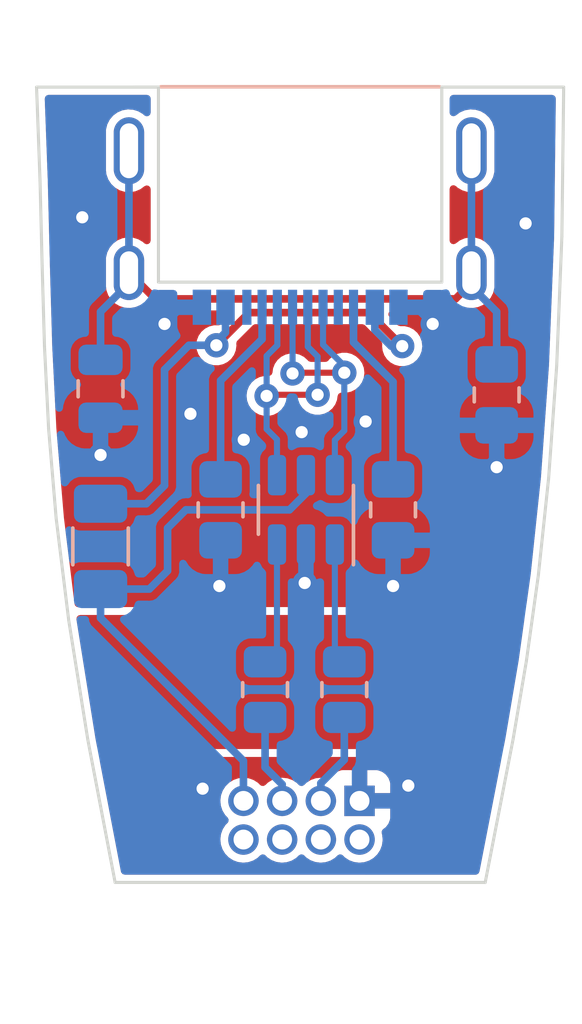
<source format=kicad_pcb>
(kicad_pcb (version 20211014) (generator pcbnew)
  (layers (0 "F.Cu" signal) (31 "B.Cu" signal) (34 "B.Paste" user) (35 "F.Paste" user) (36 "B.SilkS" user "B.Silkscreen") (37 "F.SilkS" user "F.Silkscreen") (38 "B.Mask" user) (39 "F.Mask" user) (44 "Edge.Cuts" user))
  (net 0 "")
  (net 1 "Net-(27R1-Pad1)")
  (net 2 "/d+")
  (net 3 "GND")
  (net 4 "Earth")
  (net 5 "Net-(F1-Pad1)")
  (net 6 "/vbus")
  (net 7 "Net-(R27R1-Pad1)")
  (net 8 "Net-(J2-PadA5)")
  (net 9 "/dbus+")
  (net 10 "/dbus-")
  (net 12 "Net-(J2-PadB5)")
  (net 14 "/d-")
  (footprint "Connector_PinHeader_1.27mm:PinHeader_2x04_P1.27mm_Horizontal" (layer "F.Cu") (at 142.71 106.78 -90)
    (fp_text reference "J1" hide)
    (fp_text value "USB Ext")
    (pad "1" thru_hole rect (at 0 0 270) (size 1 1) (drill 0.65) (layers *.Cu *.Mask) (net 3 "GND"))
    (pad "2" thru_hole oval (at 1.27 0 270) (size 1 1) (drill 0.65) (layers *.Cu *.Mask))
    (pad "3" thru_hole oval (at 0 1.27 270) (size 1 1) (drill 0.65) (layers *.Cu *.Mask) (net 1 "Net-(27R1-Pad1)"))
    (pad "4" thru_hole oval (at 1.27 1.27 270) (size 1 1) (drill 0.65) (layers *.Cu *.Mask))
    (pad "5" thru_hole oval (at 0 2.54 270) (size 1 1) (drill 0.65) (layers *.Cu *.Mask) (net 7 "Net-(R27R1-Pad1)"))
    (pad "6" thru_hole oval (at 1.27 2.54 270) (size 1 1) (drill 0.65) (layers *.Cu *.Mask))
    (pad "7" thru_hole oval (at 0 3.81 270) (size 1 1) (drill 0.65) (layers *.Cu *.Mask) (net 6 "/vbus"))
    (pad "8" thru_hole oval (at 1.27 3.81 270) (size 1 1) (drill 0.65) (layers *.Cu *.Mask))
  )
  (footprint "Capacitor_SMD:C_0805_2012Metric" (layer "B.Cu") (at 134.21 93.257499 90)
    (fp_text reference "C1" hide)
    (fp_text value "1nF")
    (fp_line (start -0.261252 0.735) (end 0.261252 0.735) (layer "B.SilkS") (width 0.12))
    (fp_line (start -0.261252 -0.735) (end 0.261252 -0.735) (layer "B.SilkS") (width 0.12))
    (pad "1" smd roundrect (at -0.95 0 90) (size 1 1.45) (layers "B.Cu" "B.Paste" "B.Mask") (net 3 "GND"))
    (pad "2" smd roundrect (at 0.95 0 90) (size 1 1.45) (layers "B.Cu" "B.Paste" "B.Mask") (net 4 "Earth"))
  )
  (footprint "Resistor_SMD:R_0805_2012Metric" (layer "B.Cu") (at 139.61 103.13 90)
    (fp_text reference "R27R1" hide)
    (fp_text value "R_Small")
    (fp_line (start -0.227064 0.735) (end 0.227064 0.735) (layer "B.SilkS") (width 0.12))
    (fp_line (start -0.227064 -0.735) (end 0.227064 -0.735) (layer "B.SilkS") (width 0.12))
    (pad "1" smd roundrect (at -0.9125 0 90) (size 1.025 1.4) (layers "B.Cu" "B.Paste" "B.Mask") (roundrect_rratio 0.243902439) (net 7 "Net-(R27R1-Pad1)"))
    (pad "2" smd roundrect (at 0.9125 0 90) (size 1.025 1.4) (layers "B.Cu" "B.Paste" "B.Mask") (roundrect_rratio 0.243902439) (net 14 "/d-"))
  )
  (footprint "Package_TO_SOT_SMD:SOT-23-6" (layer "B.Cu") (at 140.95 97.23 90)
    (fp_text reference "U1" hide)
    (fp_text value "USBLC6-2SC6")
    (fp_line (start 0 -1.56) (end 0.8 -1.56) (layer "B.SilkS") (width 0.12))
    (fp_line (start 0 -1.56) (end -0.8 -1.56) (layer "B.SilkS") (width 0.12))
    (fp_line (start 0 1.56) (end 0.8 1.56) (layer "B.SilkS") (width 0.12))
    (fp_line (start 0 1.56) (end -1.8 1.56) (layer "B.SilkS") (width 0.12))
    (pad "1" smd roundrect (at -1.1375 0.95 90) (size 1.325 0.6) (layers "B.Cu" "B.Paste" "B.Mask") (net 2 "/d+"))
    (pad "2" smd roundrect (at -1.1375 0 90) (size 1.325 0.6) (layers "B.Cu" "B.Paste" "B.Mask") (net 3 "GND"))
    (pad "3" smd roundrect (at -1.1375 -0.95 90) (size 1.325 0.6) (layers "B.Cu" "B.Paste" "B.Mask") (net 14 "/d-"))
    (pad "4" smd roundrect (at 1.1375 -0.95 90) (size 1.325 0.6) (layers "B.Cu" "B.Paste" "B.Mask") (net 10 "/dbus-"))
    (pad "5" smd roundrect (at 1.1375 0 90) (size 1.325 0.6) (layers "B.Cu" "B.Paste" "B.Mask") (net 6 "/vbus"))
    (pad "6" smd roundrect (at 1.1375 0.95 90) (size 1.325 0.6) (layers "B.Cu" "B.Paste" "B.Mask") (net 9 "/dbus+"))
  )
  (footprint "Fuse:Fuse_1206_3216Metric" (layer "B.Cu") (at 134.21 98.43 -90)
    (fp_text reference "F1" hide)
    (fp_text value "500mA")
    (fp_line (start -0.602064 -0.91) (end 0.602064 -0.91) (layer "B.SilkS") (width 0.12))
    (fp_line (start -0.602064 0.91) (end 0.602064 0.91) (layer "B.SilkS") (width 0.12))
    (pad "1" smd roundrect (at -1.4 0 270) (size 1.25 1.75) (layers "B.Cu" "B.Paste" "B.Mask") (roundrect_rratio 0.2) (net 5 "Net-(F1-Pad1)"))
    (pad "2" smd roundrect (at 1.4 0 270) (size 1.25 1.75) (layers "B.Cu" "B.Paste" "B.Mask") (roundrect_rratio 0.2) (net 6 "/vbus"))
  )
  (footprint "Resistor_SMD:R_0805_2012Metric_Pad1.20x1.40mm_HandSolder" (layer "B.Cu") (at 138.15 97.23 -90)
    (fp_text reference "R1" hide)
    (fp_text value "5.1k")
    (fp_line (start -0.227064 0.735) (end 0.227064 0.735) (layer "B.SilkS") (width 0.12))
    (fp_line (start -0.227064 -0.735) (end 0.227064 -0.735) (layer "B.SilkS") (width 0.12))
    (pad "1" smd roundrect (at -1 0 270) (size 1.2 1.4) (layers "B.Cu" "B.Paste" "B.Mask") (roundrect_rratio 0.2083333333) (net 8 "Net-(J2-PadA5)"))
    (pad "2" smd roundrect (at 1 0 270) (size 1.2 1.4) (layers "B.Cu" "B.Paste" "B.Mask") (roundrect_rratio 0.2083333333) (net 3 "GND"))
  )
  (footprint "Resistor_SMD:R_0805_2012Metric" (layer "B.Cu") (at 142.209999 103.13 90)
    (fp_text reference "27R1" hide)
    (fp_text value "R_Small")
    (fp_line (start -0.227064 -0.735) (end 0.227064 -0.735) (layer "B.SilkS") (width 0.12))
    (fp_line (start -0.227064 0.735) (end 0.227064 0.735) (layer "B.SilkS") (width 0.12))
    (pad "1" smd roundrect (at -0.9125 0 90) (size 1.025 1.4) (layers "B.Cu" "B.Paste" "B.Mask") (roundrect_rratio 0.243902439) (net 1 "Net-(27R1-Pad1)"))
    (pad "2" smd roundrect (at 0.9125 0 90) (size 1.025 1.4) (layers "B.Cu" "B.Paste" "B.Mask") (roundrect_rratio 0.243902439) (net 2 "/d+"))
  )
  (footprint "Resistor_SMD:R_0805_2012Metric_Pad1.20x1.40mm_HandSolder" (layer "B.Cu") (at 147.21 93.4575 -90)
    (fp_text reference "R3" hide)
    (fp_text value "1M")
    (fp_line (start -0.227064 -0.735) (end 0.227064 -0.735) (layer "B.SilkS") (width 0.12))
    (fp_line (start -0.227064 0.735) (end 0.227064 0.735) (layer "B.SilkS") (width 0.12))
    (pad "1" smd roundrect (at -1 0 270) (size 1.2 1.4) (layers "B.Cu" "B.Paste" "B.Mask") (roundrect_rratio 0.2083333333) (net 4 "Earth"))
    (pad "2" smd roundrect (at 1 0 270) (size 1.2 1.4) (layers "B.Cu" "B.Paste" "B.Mask") (roundrect_rratio 0.2083333333) (net 3 "GND"))
  )
  (footprint "Resistor_SMD:R_0805_2012Metric_Pad1.20x1.40mm_HandSolder" (layer "B.Cu") (at 143.81 97.23 -90)
    (fp_text reference "R2" hide)
    (fp_text value "5.1k")
    (fp_line (start -0.227064 -0.735) (end 0.227064 -0.735) (layer "B.SilkS") (width 0.12))
    (fp_line (start -0.227064 0.735) (end 0.227064 0.735) (layer "B.SilkS") (width 0.12))
    (pad "1" smd roundrect (at -1 0 270) (size 1.2 1.4) (layers "B.Cu" "B.Paste" "B.Mask") (roundrect_rratio 0.2083333333) (net 12 "Net-(J2-PadB5)"))
    (pad "2" smd roundrect (at 1 0 270) (size 1.2 1.4) (layers "B.Cu" "B.Paste" "B.Mask") (roundrect_rratio 0.2083333333) (net 3 "GND"))
  )
  (footprint "weteor:USB-C-12-Pin-MidMount" (layer "B.Cu") (at 140.761751 83.3475 180)
    (fp_text reference "J2" hide)
    (fp_text value "USB_C Main")
    (fp_line (start 4.572 0) (end -4.572 0) (layer "B.SilkS") (width 0.12))
    (pad "A1" smd rect (at 3.225 -7.235 180) (size 0.6 1.15) (layers "B.Cu" "B.Paste" "B.Mask") (net 3 "GND"))
    (pad "A4" smd rect (at 2.45 -7.235 180) (size 0.6 1.15) (layers "B.Cu" "B.Paste" "B.Mask") (net 5 "Net-(F1-Pad1)"))
    (pad "A5" smd rect (at 1.25 -7.235 180) (size 0.3 1.15) (layers "B.Cu" "B.Paste" "B.Mask") (net 8 "Net-(J2-PadA5)"))
    (pad "A6" smd rect (at 0.25 -7.235 180) (size 0.3 1.15) (layers "B.Cu" "B.Paste" "B.Mask") (net 9 "/dbus+"))
    (pad "A7" smd rect (at -0.25 -7.235 180) (size 0.3 1.15) (layers "B.Cu" "B.Paste" "B.Mask") (net 10 "/dbus-"))
    (pad "A8" smd rect (at -1.25 -7.235 180) (size 0.3 1.15) (layers "B.Cu" "B.Paste" "B.Mask"))
    (pad "A9" smd rect (at -2.45 -7.235 180) (size 0.6 1.15) (layers "B.Cu" "B.Paste" "B.Mask") (net 5 "Net-(F1-Pad1)"))
    (pad "A12" smd rect (at -3.225 -7.235 180) (size 0.6 1.15) (layers "B.Cu" "B.Paste" "B.Mask") (net 3 "GND"))
    (pad "B1" smd rect (at -3.225 -7.235 180) (size 0.6 1.15) (layers "B.Cu" "B.Paste" "B.Mask") (net 3 "GND"))
    (pad "B4" smd rect (at -2.45 -7.235 180) (size 0.6 1.15) (layers "B.Cu" "B.Paste" "B.Mask") (net 5 "Net-(F1-Pad1)"))
    (pad "B5" smd rect (at -1.75 -7.235 180) (size 0.3 1.15) (layers "B.Cu" "B.Paste" "B.Mask") (net 12 "Net-(J2-PadB5)"))
    (pad "B6" smd rect (at -0.75 -7.235 180) (size 0.3 1.15) (layers "B.Cu" "B.Paste" "B.Mask") (net 9 "/dbus+"))
    (pad "B7" smd rect (at 0.75 -7.235 180) (size 0.3 1.15) (layers "B.Cu" "B.Paste" "B.Mask") (net 10 "/dbus-"))
    (pad "B8" smd rect (at 1.75 -7.235 180) (size 0.3 1.15) (layers "B.Cu" "B.Paste" "B.Mask"))
    (pad "B9" smd rect (at 2.45 -7.235 180) (size 0.6 1.15) (layers "B.Cu" "B.Paste" "B.Mask") (net 5 "Net-(F1-Pad1)"))
    (pad "B12" smd rect (at 3.225 -7.235 180) (size 0.6 1.15) (layers "B.Cu" "B.Paste" "B.Mask") (net 3 "GND"))
    (pad "S1" thru_hole oval (at -5.62 -2.1 180) (size 1 2.2) (drill oval 0.6 1.8) (layers *.Cu *.Mask) (net 4 "Earth"))
    (pad "S1" thru_hole oval (at 5.62 -6.1 180) (size 1 1.8) (drill oval 0.6 1.4) (layers *.Cu *.Mask) (net 4 "Earth"))
    (pad "S1" thru_hole oval (at -5.62 -6.1 180) (size 1 1.8) (drill oval 0.6 1.4) (layers *.Cu *.Mask) (net 4 "Earth"))
    (pad "S1" thru_hole oval (at 5.62 -2.1 180) (size 1 2.2) (drill oval 0.6 1.8) (layers *.Cu *.Mask) (net 4 "Earth"))
  )
  (gr_line (start 146.833845 109.457521) (end 134.688627 109.457323) (layer "Edge.Cuts") (width 0.1))
  (gr_line (start 134.688627 109.457323) (end 133.792619 104.775131) (layer "Edge.Cuts") (width 0.1))
  (gr_line (start 132.505725 94.573749) (end 132.36977 91.866937) (layer "Edge.Cuts") (width 0.1))
  (gr_line (start 132.293306 89.21291) (end 132.224121 86.435241) (layer "Edge.Cuts") (width 0.1))
  (gr_line (start 148.917193 96.173019) (end 148.579074 99.372692) (layer "Edge.Cuts") (width 0.1))
  (gr_line (start 149.350525 88.264685) (end 149.180299 92.503437) (layer "Edge.Cuts") (width 0.1))
  (gr_line (start 147.749274 104.759357) (end 146.833845 109.457521) (layer "Edge.Cuts") (width 0.1))
  (gr_line (start 136.110001 83.3575) (end 136.110001 89.7575) (layer "Edge.Cuts") (width 0.1))
  (gr_line (start 136.110001 89.7575) (end 145.410001 89.7575) (layer "Edge.Cuts") (width 0.1))
  (gr_line (start 132.224121 86.435241) (end 132.110006 83.357508) (layer "Edge.Cuts") (width 0.1))
  (gr_line (start 132.753377 97.509768) (end 132.505725 94.573749) (layer "Edge.Cuts") (width 0.1))
  (gr_line (start 149.180299 92.503437) (end 148.917193 96.173019) (layer "Edge.Cuts") (width 0.1))
  (gr_line (start 148.183812 102.201717) (end 147.749274 104.759357) (layer "Edge.Cuts") (width 0.1))
  (gr_line (start 148.579074 99.372692) (end 148.183812 102.201717) (layer "Edge.Cuts") (width 0.1))
  (gr_line (start 133.792619 104.775131) (end 133.164939 100.851421) (layer "Edge.Cuts") (width 0.1))
  (gr_line (start 149.410001 83.3575) (end 149.350525 88.264685) (layer "Edge.Cuts") (width 0.1))
  (gr_line (start 145.410001 89.7575) (end 145.410001 83.3575) (layer "Edge.Cuts") (width 0.1))
  (gr_line (start 133.164939 100.851421) (end 132.753377 97.509768) (layer "Edge.Cuts") (width 0.1))
  (gr_line (start 145.410001 83.3575) (end 149.410001 83.3575) (layer "Edge.Cuts") (width 0.1))
  (gr_line (start 146.833845 109.457521) (end 146.833845 109.457521) (layer "Edge.Cuts") (width 0.1))
  (gr_line (start 132.36977 91.866937) (end 132.293306 89.21291) (layer "Edge.Cuts") (width 0.1))
  (gr_line (start 134.688627 109.457323) (end 134.688627 109.457323) (layer "Edge.Cuts") (width 0.1))
  (gr_line (start 136.110001 83.3575) (end 132.110006 83.357508) (layer "Edge.Cuts") (width 0.1))
  (segment (start 142.209999 104.0425) (end 142.209999 105.430001) (width 0.25) (layer "B.Cu") (net 1))
  (segment (start 141.44 106.2) (end 141.44 106.78) (width 0.25) (layer "B.Cu") (net 1))
  (segment (start 142.209999 105.430001) (end 141.44 106.2) (width 0.25) (layer "B.Cu") (net 1))
  (segment (start 141.9 101.907501) (end 142.209999 102.2175) (width 0.2) (layer "B.Cu") (net 2))
  (segment (start 141.9 98.3675) (end 141.9 101.907501) (width 0.2) (layer "B.Cu") (net 2))
  (via (at 138.91 94.93) (size 0.8) (drill 0.4) (layers "F.Cu" "B.Cu") (net 3))
  (via (at 137.16 94.08) (size 0.8) (drill 0.4) (layers "F.Cu" "B.Cu") (net 3))
  (via (at 136.31 91.13) (size 0.8) (drill 0.4) (layers "F.Cu" "B.Cu") (net 3))
  (via (at 138.11 99.73) (size 0.8) (drill 0.4) (layers "F.Cu" "B.Cu") (net 3))
  (via (at 144.31 106.28) (size 0.8) (drill 0.4) (layers "F.Cu" "B.Cu") (net 3))
  (via (at 147.21 95.83) (size 0.8) (drill 0.4) (layers "F.Cu" "B.Cu") (net 3))
  (via (at 134.21 95.43) (size 0.8) (drill 0.4) (layers "F.Cu" "B.Cu") (net 3))
  (via (at 143.81 99.73) (size 0.8) (drill 0.4) (layers "F.Cu" "B.Cu") (net 3))
  (via (at 140.81 94.68) (size 0.8) (drill 0.4) (layers "F.Cu" "B.Cu") (net 3))
  (via (at 133.61 87.63) (size 0.8) (drill 0.4) (layers "F.Cu" "B.Cu") (net 3))
  (via (at 145.11 91.13) (size 0.8) (drill 0.4) (layers "F.Cu" "B.Cu") (net 3))
  (via (at 137.56 106.38) (size 0.8) (drill 0.4) (layers "F.Cu" "B.Cu") (net 3))
  (via (at 140.91 99.63) (size 0.8) (drill 0.4) (layers "F.Cu" "B.Cu") (net 3))
  (via (at 148.16 87.83) (size 0.8) (drill 0.4) (layers "F.Cu" "B.Cu") (net 3))
  (via (at 142.91 94.33) (size 0.8) (drill 0.4) (layers "F.Cu" "B.Cu") (net 3))
  (segment (start 143.81 98.23) (end 143.81 99.73) (width 0.25) (layer "B.Cu") (net 3))
  (segment (start 143.986751 90.5825) (end 144.5625 90.5825) (width 0.25) (layer "B.Cu") (net 3))
  (segment (start 144.5625 90.5825) (end 145.11 91.13) (width 0.25) (layer "B.Cu") (net 3))
  (segment (start 140.95 99.59) (end 140.91 99.63) (width 0.25) (layer "B.Cu") (net 3))
  (segment (start 138.15 99.69) (end 138.11 99.73) (width 0.25) (layer "B.Cu") (net 3))
  (segment (start 136.8575 90.5825) (end 136.31 91.13) (width 0.25) (layer "B.Cu") (net 3))
  (segment (start 147.21 94.4575) (end 147.21 95.83) (width 0.25) (layer "B.Cu") (net 3))
  (segment (start 137.536751 90.5825) (end 136.8575 90.5825) (width 0.25) (layer "B.Cu") (net 3))
  (segment (start 138.15 98.23) (end 138.15 99.69) (width 0.25) (layer "B.Cu") (net 3))
  (segment (start 134.21 94.207499) (end 134.21 95.43) (width 0.25) (layer "B.Cu") (net 3))
  (segment (start 140.95 98.3675) (end 140.95 99.59) (width 0.25) (layer "B.Cu") (net 3))
  (segment (start 145.860001 90.3075) (end 136.00175 90.307499) (width 0.25) (layer "F.Cu") (net 4))
  (segment (start 146.381751 89.78575) (end 145.860001 90.3075) (width 0.25) (layer "F.Cu") (net 4))
  (segment (start 136.00175 90.307499) (end 135.141751 89.4475) (width 0.25) (layer "F.Cu") (net 4))
  (segment (start 146.381751 89.4475) (end 146.381751 89.78575) (width 0.25) (layer "F.Cu") (net 4))
  (segment (start 146.381751 85.4475) (end 146.381751 89.4475) (width 0.25) (layer "B.Cu") (net 4))
  (segment (start 147.21 92.4575) (end 147.21 90.73) (width 0.25) (layer "B.Cu") (net 4))
  (segment (start 135.141751 85.4475) (end 135.141751 89.4475) (width 0.25) (layer "B.Cu") (net 4))
  (segment (start 134.21 90.73) (end 135.141751 89.798249) (width 0.25) (layer "B.Cu") (net 4))
  (segment (start 135.141751 89.798249) (end 135.141751 89.4475) (width 0.25) (layer "B.Cu") (net 4))
  (segment (start 147.21 90.73) (end 146.381751 89.901751) (width 0.25) (layer "B.Cu") (net 4))
  (segment (start 146.381751 89.901751) (end 146.381751 89.4475) (width 0.25) (layer "B.Cu") (net 4))
  (segment (start 134.21 92.307499) (end 134.21 90.73) (width 0.25) (layer "B.Cu") (net 4))
  (segment (start 143.010001 90.7575) (end 139.085403 90.7575) (width 0.25) (layer "F.Cu") (net 5))
  (segment (start 139.085403 90.7575) (end 137.847702 91.995201) (width 0.25) (layer "F.Cu") (net 5))
  (segment (start 144.11 91.857499) (end 143.010001 90.7575) (width 0.25) (layer "F.Cu") (net 5))
  (via (at 144.11 91.857499) (size 0.8) (drill 0.4) (layers "F.Cu" "B.Cu") (net 5))
  (via (at 138.01 91.83) (size 0.8) (drill 0.4) (layers "F.Cu" "B.Cu") (net 5))
  (segment (start 143.211751 90.5825) (end 143.211751 91.322854) (width 0.25) (layer "B.Cu") (net 5))
  (segment (start 135.71 97.03) (end 134.21 97.03) (width 0.25) (layer "B.Cu") (net 5))
  (segment (start 138.01 91.83) (end 137.11 91.83) (width 0.25) (layer "B.Cu") (net 5))
  (segment (start 137.11 91.83) (end 136.31 92.63) (width 0.25) (layer "B.Cu") (net 5))
  (segment (start 143.211751 91.322854) (end 143.746397 91.8575) (width 0.25) (layer "B.Cu") (net 5))
  (segment (start 143.746397 91.8575) (end 144.11 91.857499) (width 0.25) (layer "B.Cu") (net 5))
  (segment (start 136.31 96.43) (end 135.71 97.03) (width 0.25) (layer "B.Cu") (net 5))
  (segment (start 138.311751 91.4075) (end 138.31175 90.5825) (width 0.25) (layer "B.Cu") (net 5))
  (segment (start 137.847702 91.871549) (end 138.311751 91.4075) (width 0.25) (layer "B.Cu") (net 5))
  (segment (start 136.31 92.63) (end 136.31 96.43) (width 0.25) (layer "B.Cu") (net 5))
  (segment (start 140.41 97.23) (end 137.01 97.23) (width 0.25) (layer "B.Cu") (net 6))
  (segment (start 138.9 105.47) (end 138.9 106.78) (width 0.25) (layer "B.Cu") (net 6))
  (segment (start 135.81 99.83) (end 134.21 99.83) (width 0.25) (layer "B.Cu") (net 6))
  (segment (start 134.21 100.78) (end 138.9 105.47) (width 0.25) (layer "B.Cu") (net 6))
  (segment (start 134.21 99.83) (end 134.21 100.78) (width 0.25) (layer "B.Cu") (net 6))
  (segment (start 140.95 96.0925) (end 140.95 96.69) (width 0.25) (layer "B.Cu") (net 6))
  (segment (start 136.41 99.23) (end 135.81 99.83) (width 0.25) (layer "B.Cu") (net 6))
  (segment (start 136.41 97.83) (end 136.41 99.23) (width 0.25) (layer "B.Cu") (net 6))
  (segment (start 137.01 97.23) (end 136.41 97.83) (width 0.25) (layer "B.Cu") (net 6))
  (segment (start 140.95 96.69) (end 140.41 97.23) (width 0.25) (layer "B.Cu") (net 6))
  (segment (start 140.17 106.24) (end 139.61 105.68) (width 0.25) (layer "B.Cu") (net 7))
  (segment (start 140.17 106.78) (end 140.17 106.24) (width 0.25) (layer "B.Cu") (net 7))
  (segment (start 139.61 105.68) (end 139.61 104.0425) (width 0.25) (layer "B.Cu") (net 7))
  (segment (start 139.511751 91.628249) (end 139.511751 90.5825) (width 0.25) (layer "B.Cu") (net 8))
  (segment (start 138.15 96.23) (end 138.15 92.99) (width 0.25) (layer "B.Cu") (net 8))
  (segment (start 138.15 92.99) (end 139.511751 91.628249) (width 0.25) (layer "B.Cu") (net 8))
  (segment (start 140.534335 92.73) (end 140.51 92.754335) (width 0.2) (layer "F.Cu") (net 9))
  (segment (start 142.21 92.73) (end 140.534335 92.73) (width 0.2) (layer "F.Cu") (net 9))
  (via (at 140.51 92.754335) (size 0.8) (drill 0.4) (layers "F.Cu" "B.Cu") (net 9))
  (via (at 142.21 92.73) (size 0.8) (drill 0.4) (layers "F.Cu" "B.Cu") (net 9))
  (segment (start 140.51 92.754335) (end 140.51175 92.752585) (width 0.2) (layer "B.Cu") (net 9))
  (segment (start 141.9 94.94) (end 142.21 94.63) (width 0.2) (layer "B.Cu") (net 9))
  (segment (start 142.21 92.508582) (end 141.511751 91.810333) (width 0.2) (layer "B.Cu") (net 9))
  (segment (start 140.51175 92.752585) (end 140.51175 90.5825) (width 0.2) (layer "B.Cu") (net 9))
  (segment (start 141.9 96.0925) (end 141.9 94.94) (width 0.2) (layer "B.Cu") (net 9))
  (segment (start 142.21 92.73) (end 142.21 92.508582) (width 0.2) (layer "B.Cu") (net 9))
  (segment (start 142.21 94.63) (end 142.21 92.73) (width 0.2) (layer "B.Cu") (net 9))
  (segment (start 141.511751 91.810333) (end 141.511751 90.5825) (width 0.2) (layer "B.Cu") (net 9))
  (segment (start 139.697714 93.453835) (end 139.660001 93.491548) (width 0.2) (layer "F.Cu") (net 10))
  (segment (start 141.333835 93.453835) (end 139.697714 93.453835) (width 0.2) (layer "F.Cu") (net 10))
  (via (at 141.333835 93.453835) (size 0.8) (drill 0.4) (layers "F.Cu" "B.Cu") (net 10))
  (via (at 139.660001 93.491548) (size 0.8) (drill 0.4) (layers "F.Cu" "B.Cu") (net 10))
  (segment (start 141.333835 92.198103) (end 141.01175 91.876018) (width 0.2) (layer "B.Cu") (net 10))
  (segment (start 140.011751 91.828249) (end 140.011751 90.5825) (width 0.2) (layer "B.Cu") (net 10))
  (segment (start 139.660001 92.179999) (end 140.011751 91.828249) (width 0.2) (layer "B.Cu") (net 10))
  (segment (start 139.660001 93.491548) (end 139.660001 94.580001) (width 0.2) (layer "B.Cu") (net 10))
  (segment (start 140 94.92) (end 139.660001 94.580001) (width 0.2) (layer "B.Cu") (net 10))
  (segment (start 141.01175 91.876018) (end 141.011751 90.5825) (width 0.2) (layer "B.Cu") (net 10))
  (segment (start 139.660001 93.491548) (end 139.660001 92.179999) (width 0.2) (layer "B.Cu") (net 10))
  (segment (start 140 96.0925) (end 140 94.92) (width 0.2) (layer "B.Cu") (net 10))
  (segment (start 141.333835 93.453835) (end 141.333835 92.198103) (width 0.2) (layer "B.Cu") (net 10))
  (segment (start 142.511751 91.731751) (end 142.511751 90.5825) (width 0.25) (layer "B.Cu") (net 12))
  (segment (start 143.81 93.03) (end 142.511751 91.731751) (width 0.25) (layer "B.Cu") (net 12))
  (segment (start 143.81 96.23) (end 143.81 93.03) (width 0.25) (layer "B.Cu") (net 12))
  (segment (start 140 101.8275) (end 139.61 102.2175) (width 0.2) (layer "B.Cu") (net 14))
  (segment (start 140 98.3675) (end 140 101.8275) (width 0.2) (layer "B.Cu") (net 14))
  (zone (net 0) (net_name "") (layer "F.Cu") (priority 1) (connect_pads (clearance 0.254)) (min_thickness 0.254) (fill yes (thermal_gap 0.508) (thermal_bridge_width 0.508))
    (polygon (pts (xy 132.940001 105.08) (xy 148.640001 105.08) (xy 148.640001 100.68) (xy 132.940001 100.68)))
  )
  (zone (net 3) (net_name "GND") (layers F&B.Cu) (connect_pads (clearance 0.254)) (min_thickness 0.254) (fill yes (thermal_gap 0.508) (thermal_bridge_width 0.508))
    (polygon (pts (xy 130.91 110.6575) (xy 150.035 110.6575) (xy 150.035 82.787499) (xy 130.910001 82.7875)))
  )
)
</source>
